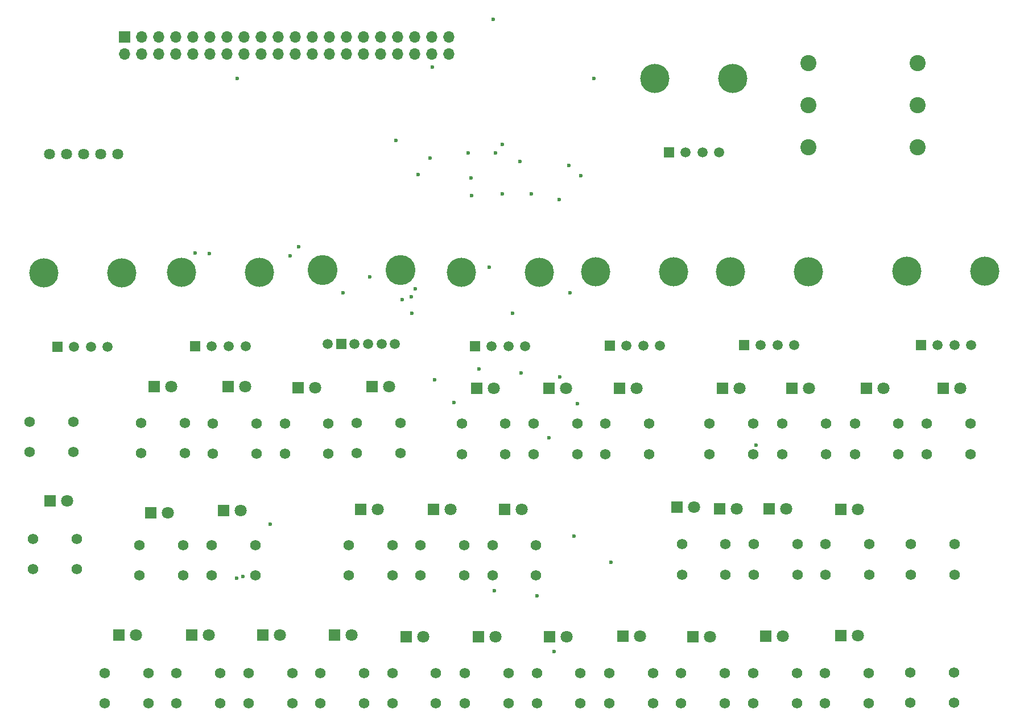
<source format=gts>
G04 #@! TF.GenerationSoftware,KiCad,Pcbnew,8.0.2*
G04 #@! TF.CreationDate,2024-10-15T19:39:21+09:00*
G04 #@! TF.ProjectId,frontPanel,66726f6e-7450-4616-9e65-6c2e6b696361,rev?*
G04 #@! TF.SameCoordinates,Original*
G04 #@! TF.FileFunction,Soldermask,Top*
G04 #@! TF.FilePolarity,Negative*
%FSLAX46Y46*%
G04 Gerber Fmt 4.6, Leading zero omitted, Abs format (unit mm)*
G04 Created by KiCad (PCBNEW 8.0.2) date 2024-10-15 19:39:21*
%MOMM*%
%LPD*%
G01*
G04 APERTURE LIST*
%ADD10R,1.500000X1.500000*%
%ADD11C,1.500000*%
%ADD12C,4.350000*%
%ADD13C,1.575000*%
%ADD14R,1.800000X1.800000*%
%ADD15C,1.800000*%
%ADD16C,2.400000*%
%ADD17C,1.635000*%
%ADD18C,4.455000*%
%ADD19R,1.700000X1.700000*%
%ADD20O,1.700000X1.700000*%
%ADD21C,0.600000*%
G04 APERTURE END LIST*
D10*
X89100000Y-74575000D03*
D11*
X91600000Y-74575000D03*
X94100000Y-74575000D03*
X96600000Y-74575000D03*
D12*
X87050000Y-63575000D03*
X98650000Y-63575000D03*
D13*
X162831000Y-90650000D03*
X156331000Y-90650000D03*
X162831000Y-86150000D03*
X156331000Y-86150000D03*
X94100000Y-127800000D03*
X87600000Y-127800000D03*
X94100000Y-123300000D03*
X87600000Y-123300000D03*
D10*
X26950000Y-74700000D03*
D11*
X29450000Y-74700000D03*
X31950000Y-74700000D03*
X34450000Y-74700000D03*
D12*
X24900000Y-63700000D03*
X36500000Y-63700000D03*
D13*
X104331000Y-90650000D03*
X97831000Y-90650000D03*
X104331000Y-86150000D03*
X97831000Y-86150000D03*
D14*
X100096000Y-80850000D03*
D15*
X102636000Y-80850000D03*
D14*
X72091000Y-98900000D03*
D15*
X74631000Y-98900000D03*
D14*
X40831000Y-99400000D03*
D15*
X43371000Y-99400000D03*
D13*
X130531000Y-90650000D03*
X124031000Y-90650000D03*
X130531000Y-86150000D03*
X124031000Y-86150000D03*
X98200000Y-108700000D03*
X91700000Y-108700000D03*
X98200000Y-104200000D03*
X91700000Y-104200000D03*
X29331000Y-90350000D03*
X22831000Y-90350000D03*
X29331000Y-85850000D03*
X22831000Y-85850000D03*
X126300000Y-127800000D03*
X119800000Y-127800000D03*
X126300000Y-123300000D03*
X119800000Y-123300000D03*
D14*
X46925000Y-117600000D03*
D15*
X49465000Y-117600000D03*
D14*
X52391000Y-80650000D03*
D15*
X54931000Y-80650000D03*
D14*
X36100000Y-117600000D03*
D15*
X38640000Y-117600000D03*
D16*
X155000000Y-38700000D03*
X138700000Y-38700000D03*
X155000000Y-32400000D03*
X138700000Y-32400000D03*
X155000000Y-45000000D03*
X138700000Y-45000000D03*
D13*
X152131000Y-90650000D03*
X145631000Y-90650000D03*
X152131000Y-86150000D03*
X145631000Y-86150000D03*
X141331000Y-90650000D03*
X134831000Y-90650000D03*
X141331000Y-86150000D03*
X134831000Y-86150000D03*
D14*
X132360000Y-117800000D03*
D15*
X134900000Y-117800000D03*
D13*
X56600000Y-90600000D03*
X50100000Y-90600000D03*
X56600000Y-86100000D03*
X50100000Y-86100000D03*
X87500000Y-108700000D03*
X81000000Y-108700000D03*
X87500000Y-104200000D03*
X81000000Y-104200000D03*
D10*
X155450000Y-74400000D03*
D11*
X157950000Y-74400000D03*
X160450000Y-74400000D03*
X162950000Y-74400000D03*
D12*
X153400000Y-63400000D03*
X165000000Y-63400000D03*
D14*
X143560000Y-117700000D03*
D15*
X146100000Y-117700000D03*
D14*
X82956000Y-98900000D03*
D15*
X85496000Y-98900000D03*
D13*
X45700000Y-108700000D03*
X39200000Y-108700000D03*
X45700000Y-104200000D03*
X39200000Y-104200000D03*
D14*
X78825000Y-117900000D03*
D15*
X81365000Y-117900000D03*
D10*
X117950000Y-45700000D03*
D11*
X120450000Y-45700000D03*
X122950000Y-45700000D03*
X125450000Y-45700000D03*
D12*
X115900000Y-34700000D03*
X127500000Y-34700000D03*
D14*
X147391000Y-80850000D03*
D15*
X149931000Y-80850000D03*
D14*
X158831000Y-80850000D03*
D15*
X161371000Y-80850000D03*
D14*
X89331000Y-80850000D03*
D15*
X91871000Y-80850000D03*
D14*
X41391000Y-80650000D03*
D15*
X43931000Y-80650000D03*
D14*
X100225000Y-117900000D03*
D15*
X102765000Y-117900000D03*
D13*
X29835000Y-107800000D03*
X23335000Y-107800000D03*
X29835000Y-103300000D03*
X23335000Y-103300000D03*
X160400000Y-127700000D03*
X153900000Y-127700000D03*
X160400000Y-123200000D03*
X153900000Y-123200000D03*
X147700000Y-127800000D03*
X141200000Y-127800000D03*
X147700000Y-123300000D03*
X141200000Y-123300000D03*
X61900000Y-127790000D03*
X55400000Y-127790000D03*
X61900000Y-123290000D03*
X55400000Y-123290000D03*
D14*
X110631000Y-80850000D03*
D15*
X113171000Y-80850000D03*
D13*
X126400000Y-108600000D03*
X119900000Y-108600000D03*
X126400000Y-104100000D03*
X119900000Y-104100000D03*
X45931000Y-90550000D03*
X39431000Y-90550000D03*
X45931000Y-86050000D03*
X39431000Y-86050000D03*
D14*
X73791000Y-80650000D03*
D15*
X76331000Y-80650000D03*
D14*
X119156000Y-98600000D03*
D15*
X121696000Y-98600000D03*
D17*
X28340000Y-46000000D03*
X30880000Y-46000000D03*
X33420000Y-46000000D03*
X25800000Y-46000000D03*
X35960000Y-46000000D03*
D14*
X57560000Y-117600000D03*
D15*
X60100000Y-117600000D03*
D14*
X132891000Y-98800000D03*
D15*
X135431000Y-98800000D03*
D10*
X129150000Y-74475000D03*
D11*
X131650000Y-74475000D03*
X134150000Y-74475000D03*
X136650000Y-74475000D03*
D12*
X127100000Y-63475000D03*
X138700000Y-63475000D03*
D10*
X47450000Y-74600000D03*
D11*
X49950000Y-74600000D03*
X52450000Y-74600000D03*
X54950000Y-74600000D03*
D12*
X45400000Y-63600000D03*
X57000000Y-63600000D03*
D13*
X56431000Y-108700000D03*
X49931000Y-108700000D03*
X56431000Y-104200000D03*
X49931000Y-104200000D03*
X83300000Y-127800000D03*
X76800000Y-127800000D03*
X83300000Y-123300000D03*
X76800000Y-123300000D03*
X67300000Y-90600000D03*
X60800000Y-90600000D03*
X67300000Y-86100000D03*
X60800000Y-86100000D03*
D14*
X121560000Y-117900000D03*
D15*
X124100000Y-117900000D03*
D10*
X109150000Y-74500000D03*
D11*
X111650000Y-74500000D03*
X114150000Y-74500000D03*
X116650000Y-74500000D03*
D12*
X107100000Y-63500000D03*
X118700000Y-63500000D03*
D14*
X25860000Y-97600000D03*
D15*
X28400000Y-97600000D03*
D13*
X78031000Y-90550000D03*
X71531000Y-90550000D03*
X78031000Y-86050000D03*
X71531000Y-86050000D03*
D14*
X143556000Y-98900000D03*
D15*
X146096000Y-98900000D03*
D14*
X125956000Y-80850000D03*
D15*
X128496000Y-80850000D03*
D14*
X125531000Y-98800000D03*
D15*
X128071000Y-98800000D03*
D13*
X93631000Y-90650000D03*
X87131000Y-90650000D03*
X93631000Y-86150000D03*
X87131000Y-86150000D03*
X76800000Y-108700000D03*
X70300000Y-108700000D03*
X76800000Y-104200000D03*
X70300000Y-104200000D03*
D14*
X89625000Y-117900000D03*
D15*
X92165000Y-117900000D03*
D14*
X136256000Y-80850000D03*
D15*
X138796000Y-80850000D03*
D14*
X62791000Y-80750000D03*
D15*
X65331000Y-80750000D03*
D13*
X72600000Y-127800000D03*
X66100000Y-127800000D03*
X72600000Y-123300000D03*
X66100000Y-123300000D03*
X40480000Y-127790000D03*
X33980000Y-127790000D03*
X40480000Y-123290000D03*
X33980000Y-123290000D03*
D10*
X69200000Y-74300000D03*
D11*
X67200000Y-74300000D03*
X77200000Y-74300000D03*
X71200000Y-74300000D03*
X73200000Y-74300000D03*
X75200000Y-74300000D03*
D18*
X66400000Y-63300000D03*
X78000000Y-63300000D03*
D13*
X115600000Y-127800000D03*
X109100000Y-127800000D03*
X115600000Y-123300000D03*
X109100000Y-123300000D03*
X137000000Y-127800000D03*
X130500000Y-127800000D03*
X137000000Y-123300000D03*
X130500000Y-123300000D03*
D14*
X111125000Y-117800000D03*
D15*
X113665000Y-117800000D03*
D13*
X137100000Y-108600000D03*
X130600000Y-108600000D03*
X137100000Y-104100000D03*
X130600000Y-104100000D03*
D14*
X68225000Y-117600000D03*
D15*
X70765000Y-117600000D03*
D13*
X115031000Y-90650000D03*
X108531000Y-90650000D03*
X115031000Y-86150000D03*
X108531000Y-86150000D03*
X51200000Y-127790000D03*
X44700000Y-127790000D03*
X51200000Y-123290000D03*
X44700000Y-123290000D03*
X160500000Y-108600000D03*
X154000000Y-108600000D03*
X160500000Y-104100000D03*
X154000000Y-104100000D03*
X147800000Y-108600000D03*
X141300000Y-108600000D03*
X147800000Y-104100000D03*
X141300000Y-104100000D03*
D14*
X51656000Y-99100000D03*
D15*
X54196000Y-99100000D03*
D19*
X36940000Y-28560000D03*
D20*
X36940000Y-31100000D03*
X39480000Y-28560000D03*
X39480000Y-31100000D03*
X42020000Y-28560000D03*
X42020000Y-31100000D03*
X44560000Y-28560000D03*
X44560000Y-31100000D03*
X47100000Y-28560000D03*
X47100000Y-31100000D03*
X49640000Y-28560000D03*
X49640000Y-31100000D03*
X52180000Y-28560000D03*
X52180000Y-31100000D03*
X54720000Y-28560000D03*
X54720000Y-31100000D03*
X57260000Y-28560000D03*
X57260000Y-31100000D03*
X59800000Y-28560000D03*
X59800000Y-31100000D03*
X62340000Y-28560000D03*
X62340000Y-31100000D03*
X64880000Y-28560000D03*
X64880000Y-31100000D03*
X67420000Y-28560000D03*
X67420000Y-31100000D03*
X69960000Y-28560000D03*
X69960000Y-31100000D03*
X72500000Y-28560000D03*
X72500000Y-31100000D03*
X75040000Y-28560000D03*
X75040000Y-31100000D03*
X77580000Y-28560000D03*
X77580000Y-31100000D03*
X80120000Y-28560000D03*
X80120000Y-31100000D03*
X82660000Y-28560000D03*
X82660000Y-31100000D03*
X85200000Y-28560000D03*
X85200000Y-31100000D03*
D14*
X93556000Y-98900000D03*
D15*
X96096000Y-98900000D03*
D13*
X104800000Y-127800000D03*
X98300000Y-127800000D03*
X104800000Y-123300000D03*
X98300000Y-123300000D03*
D21*
X91800000Y-25900000D03*
X106800000Y-34700000D03*
X100104000Y-88231200D03*
X95803700Y-47109300D03*
X93192200Y-44556500D03*
X98359400Y-111780300D03*
X92019200Y-110991800D03*
X53648000Y-109157400D03*
X97460500Y-51913800D03*
X92158600Y-45823600D03*
X100890300Y-120065200D03*
X62841900Y-59817200D03*
X82381000Y-46551500D03*
X54608600Y-108892900D03*
X88078800Y-45835800D03*
X47492300Y-60685200D03*
X83076200Y-79639500D03*
X88494900Y-49538600D03*
X91217100Y-62863700D03*
X89742600Y-77974900D03*
X95938700Y-78589000D03*
X61634900Y-61185600D03*
X88606700Y-52169300D03*
X85961100Y-82945500D03*
X101734300Y-79203200D03*
X103283000Y-66652500D03*
X104839600Y-49197600D03*
X103069600Y-47683300D03*
X130897100Y-89350000D03*
X93165500Y-51876800D03*
X79716700Y-69665000D03*
X82729400Y-33049200D03*
X94702900Y-69699900D03*
X79656900Y-67235100D03*
X80185200Y-66069900D03*
X53751000Y-34724900D03*
X73486100Y-64303200D03*
X78304700Y-67654800D03*
X69460000Y-66683300D03*
X77329500Y-43963000D03*
X80614800Y-49012100D03*
X49600500Y-60775500D03*
X58637000Y-101103900D03*
X109317600Y-106751800D03*
X103835400Y-102882600D03*
X101656400Y-52725000D03*
X104347600Y-83177000D03*
M02*

</source>
